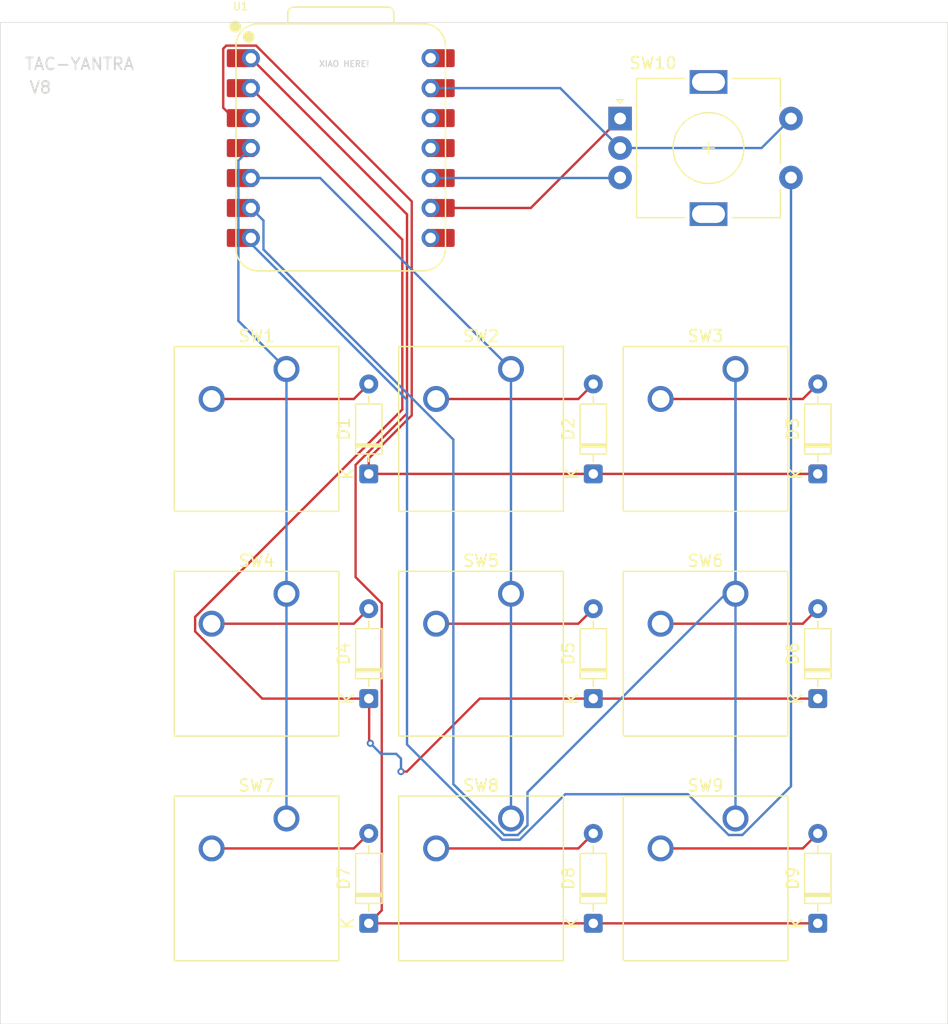
<source format=kicad_pcb>
(kicad_pcb (version 20241229) (generator "pcbnew") (generator_version "9.0")
  (layers (0 "F.Cu" signal) (2 "B.Cu" signal) (13 "F.Paste" user) (15 "B.Paste" user) (5 "F.SilkS" user "F.Silkscreen") (7 "B.SilkS" user "B.Silkscreen") (1 "F.Mask" user) (3 "B.Mask" user) (25 "Edge.Cuts" user))
  (net 0 "")
  (net 1 "Net-(D1-A)")
  (net 2 "Row 0")
  (net 3 "Net-(D2-A)")
  (net 4 "Net-(D3-A)")
  (net 5 "Row 1")
  (net 6 "Net-(D4-A)")
  (net 7 "Net-(D5-A)")
  (net 8 "Net-(D6-A)")
  (net 9 "Row 2")
  (net 10 "Net-(D7-A)")
  (net 11 "Net-(D8-A)")
  (net 12 "Net-(D9-A)")
  (net 13 "Col 0 ")
  (net 14 "Col 1")
  (net 15 "Col 2")
  (net 16 "GND")
  (net 17 "Net-(U1-GPIO2{slash}SCK)")
  (net 18 "Net-(U1-GPIO0{slash}TX)")
  (net 19 "Net-(U1-GPIO4{slash}MISO)")
  (net 23 "+5V")
  (footprint "Diode_THT:D_DO-35_SOD27_P7.62mm_Horizontal" (layer "F.Cu") (at 130.96875 91.91625 90)
    (property "Reference" "D4" (at 3.81 -2.12 90) (layer "F.SilkS"))
    (property "Value" "1N4148")
    (fp_line (start 2.53 -1.12) (end 2.53 1.12) (stroke (width 0.12)) (layer "F.SilkS"))
    (fp_line (start 2.41 -1.12) (end 2.41 1.12) (stroke (width 0.12)) (layer "F.SilkS"))
    (fp_line (start 2.29 -1.12) (end 2.29 1.12) (stroke (width 0.12)) (layer "F.SilkS"))
    (fp_line (start 6.58 0) (end 5.93 0) (stroke (width 0.12)) (layer "F.SilkS"))
    (fp_line (start 1.04 0) (end 1.69 0) (stroke (width 0.12)) (layer "F.SilkS"))
    (fp_rect (start 1.69 -1.12) (end 5.93 1.12) (stroke (width 0.12)) (fill no) (layer "F.SilkS"))
    (fp_text user "K" (at 0 -1.8 90) (layer "F.SilkS"))
    (pad "1" thru_hole roundrect (at 0 0 90) (size 1.6 1.6) (drill 0.8) (layers "*.Cu" "*.Mask") (roundrect_rratio 0.15625) (net 5 "Row 1"))
    (pad "2" thru_hole circle (at 7.62 0 90) (size 1.6 1.6) (drill 0.8) (layers "*.Cu" "*.Mask") (net 6 "Net-(D4-A)"))
  )
  (footprint "Button_Switch_Keyboard:SW_Cherry_MX_1.00u_PCB" (layer "F.Cu") (at 162.08375 102.07625)
    (property "Reference" "SW9" (at -2.54 -2.794 0) (layer "F.SilkS"))
    (property "Value" "SW_Push")
    (fp_line (start -9.525 -1.905) (end 4.445 -1.905) (stroke (width 0.12)) (layer "F.SilkS"))
    (fp_line (start -9.525 12.065) (end -9.525 -1.905) (stroke (width 0.12)) (layer "F.SilkS"))
    (fp_line (start 4.445 -1.905) (end 4.445 12.065) (stroke (width 0.12)) (layer "F.SilkS"))
    (fp_line (start 4.445 12.065) (end -9.525 12.065) (stroke (width 0.12)) (layer "F.SilkS"))
    (pad "" np_thru_hole circle (at -7.62 5.08) (size 1.7 1.7) (drill 1.7) (layers "*.Cu" "*.Mask"))
    (pad "" np_thru_hole circle (at -2.54 5.08) (size 4 4) (drill 4) (layers "*.Cu" "*.Mask"))
    (pad "" np_thru_hole circle (at 2.54 5.08) (size 1.7 1.7) (drill 1.7) (layers "*.Cu" "*.Mask"))
    (pad "1" thru_hole circle (at 0 0) (size 2.2 2.2) (drill 1.5) (layers "*.Cu" "*.Mask") (net 15 "Col 2"))
    (pad "2" thru_hole circle (at -6.35 2.54) (size 2.2 2.2) (drill 1.5) (layers "*.Cu" "*.Mask") (net 12 "Net-(D9-A)"))
  )
  (footprint "Diode_THT:D_DO-35_SOD27_P7.62mm_Horizontal" (layer "F.Cu") (at 169.06875 72.86625 90)
    (property "Reference" "D3" (at 3.81 -2.12 90) (layer "F.SilkS"))
    (property "Value" "1N4148")
    (fp_line (start 2.53 -1.12) (end 2.53 1.12) (stroke (width 0.12)) (layer "F.SilkS"))
    (fp_line (start 2.41 -1.12) (end 2.41 1.12) (stroke (width 0.12)) (layer "F.SilkS"))
    (fp_line (start 2.29 -1.12) (end 2.29 1.12) (stroke (width 0.12)) (layer "F.SilkS"))
    (fp_line (start 6.58 0) (end 5.93 0) (stroke (width 0.12)) (layer "F.SilkS"))
    (fp_line (start 1.04 0) (end 1.69 0) (stroke (width 0.12)) (layer "F.SilkS"))
    (fp_rect (start 1.69 -1.12) (end 5.93 1.12) (stroke (width 0.12)) (fill no) (layer "F.SilkS"))
    (fp_text user "K" (at 0 -1.8 90) (layer "F.SilkS"))
    (pad "1" thru_hole roundrect (at 0 0 90) (size 1.6 1.6) (drill 0.8) (layers "*.Cu" "*.Mask") (roundrect_rratio 0.15625) (net 2 "Row 0"))
    (pad "2" thru_hole circle (at 7.62 0 90) (size 1.6 1.6) (drill 0.8) (layers "*.Cu" "*.Mask") (net 4 "Net-(D3-A)"))
  )
  (footprint "Button_Switch_Keyboard:SW_Cherry_MX_1.00u_PCB" (layer "F.Cu") (at 162.08375 83.02625)
    (property "Reference" "SW6" (at -2.54 -2.794 0) (layer "F.SilkS"))
    (property "Value" "SW_Push")
    (fp_line (start -9.525 -1.905) (end 4.445 -1.905) (stroke (width 0.12)) (layer "F.SilkS"))
    (fp_line (start -9.525 12.065) (end -9.525 -1.905) (stroke (width 0.12)) (layer "F.SilkS"))
    (fp_line (start 4.445 -1.905) (end 4.445 12.065) (stroke (width 0.12)) (layer "F.SilkS"))
    (fp_line (start 4.445 12.065) (end -9.525 12.065) (stroke (width 0.12)) (layer "F.SilkS"))
    (pad "" np_thru_hole circle (at -7.62 5.08) (size 1.7 1.7) (drill 1.7) (layers "*.Cu" "*.Mask"))
    (pad "" np_thru_hole circle (at -2.54 5.08) (size 4 4) (drill 4) (layers "*.Cu" "*.Mask"))
    (pad "" np_thru_hole circle (at 2.54 5.08) (size 1.7 1.7) (drill 1.7) (layers "*.Cu" "*.Mask"))
    (pad "1" thru_hole circle (at 0 0) (size 2.2 2.2) (drill 1.5) (layers "*.Cu" "*.Mask") (net 15 "Col 2"))
    (pad "2" thru_hole circle (at -6.35 2.54) (size 2.2 2.2) (drill 1.5) (layers "*.Cu" "*.Mask") (net 8 "Net-(D6-A)"))
  )
  (footprint "Button_Switch_Keyboard:SW_Cherry_MX_1.00u_PCB" (layer "F.Cu") (at 123.98375 83.02625)
    (property "Reference" "SW4" (at -2.54 -2.794 0) (layer "F.SilkS"))
    (property "Value" "SW_Push")
    (fp_line (start -9.525 -1.905) (end 4.445 -1.905) (stroke (width 0.12)) (layer "F.SilkS"))
    (fp_line (start -9.525 12.065) (end -9.525 -1.905) (stroke (width 0.12)) (layer "F.SilkS"))
    (fp_line (start 4.445 -1.905) (end 4.445 12.065) (stroke (width 0.12)) (layer "F.SilkS"))
    (fp_line (start 4.445 12.065) (end -9.525 12.065) (stroke (width 0.12)) (layer "F.SilkS"))
    (pad "" np_thru_hole circle (at -7.62 5.08) (size 1.7 1.7) (drill 1.7) (layers "*.Cu" "*.Mask"))
    (pad "" np_thru_hole circle (at -2.54 5.08) (size 4 4) (drill 4) (layers "*.Cu" "*.Mask"))
    (pad "" np_thru_hole circle (at 2.54 5.08) (size 1.7 1.7) (drill 1.7) (layers "*.Cu" "*.Mask"))
    (pad "1" thru_hole circle (at 0 0) (size 2.2 2.2) (drill 1.5) (layers "*.Cu" "*.Mask") (net 13 "Col 0 "))
    (pad "2" thru_hole circle (at -6.35 2.54) (size 2.2 2.2) (drill 1.5) (layers "*.Cu" "*.Mask") (net 6 "Net-(D4-A)"))
  )
  (footprint "Button_Switch_Keyboard:SW_Cherry_MX_1.00u_PCB" (layer "F.Cu") (at 143.03375 102.07625)
    (property "Reference" "SW8" (at -2.54 -2.794 0) (layer "F.SilkS"))
    (property "Value" "SW_Push")
    (fp_line (start -9.525 -1.905) (end 4.445 -1.905) (stroke (width 0.12)) (layer "F.SilkS"))
    (fp_line (start -9.525 12.065) (end -9.525 -1.905) (stroke (width 0.12)) (layer "F.SilkS"))
    (fp_line (start 4.445 -1.905) (end 4.445 12.065) (stroke (width 0.12)) (layer "F.SilkS"))
    (fp_line (start 4.445 12.065) (end -9.525 12.065) (stroke (width 0.12)) (layer "F.SilkS"))
    (pad "" np_thru_hole circle (at -7.62 5.08) (size 1.7 1.7) (drill 1.7) (layers "*.Cu" "*.Mask"))
    (pad "" np_thru_hole circle (at -2.54 5.08) (size 4 4) (drill 4) (layers "*.Cu" "*.Mask"))
    (pad "" np_thru_hole circle (at 2.54 5.08) (size 1.7 1.7) (drill 1.7) (layers "*.Cu" "*.Mask"))
    (pad "1" thru_hole circle (at 0 0) (size 2.2 2.2) (drill 1.5) (layers "*.Cu" "*.Mask") (net 14 "Col 1"))
    (pad "2" thru_hole circle (at -6.35 2.54) (size 2.2 2.2) (drill 1.5) (layers "*.Cu" "*.Mask") (net 11 "Net-(D8-A)"))
  )
  (footprint "Diode_THT:D_DO-35_SOD27_P7.62mm_Horizontal" (layer "F.Cu") (at 169.06875 110.96625 90)
    (property "Reference" "D9" (at 3.81 -2.12 90) (layer "F.SilkS"))
    (property "Value" "1N4148")
    (fp_line (start 2.53 -1.12) (end 2.53 1.12) (stroke (width 0.12)) (layer "F.SilkS"))
    (fp_line (start 2.41 -1.12) (end 2.41 1.12) (stroke (width 0.12)) (layer "F.SilkS"))
    (fp_line (start 2.29 -1.12) (end 2.29 1.12) (stroke (width 0.12)) (layer "F.SilkS"))
    (fp_line (start 6.58 0) (end 5.93 0) (stroke (width 0.12)) (layer "F.SilkS"))
    (fp_line (start 1.04 0) (end 1.69 0) (stroke (width 0.12)) (layer "F.SilkS"))
    (fp_rect (start 1.69 -1.12) (end 5.93 1.12) (stroke (width 0.12)) (fill no) (layer "F.SilkS"))
    (fp_text user "K" (at 0 -1.8 90) (layer "F.SilkS"))
    (pad "1" thru_hole roundrect (at 0 0 90) (size 1.6 1.6) (drill 0.8) (layers "*.Cu" "*.Mask") (roundrect_rratio 0.15625) (net 9 "Row 2"))
    (pad "2" thru_hole circle (at 7.62 0 90) (size 1.6 1.6) (drill 0.8) (layers "*.Cu" "*.Mask") (net 12 "Net-(D9-A)"))
  )
  (footprint "Diode_THT:D_DO-35_SOD27_P7.62mm_Horizontal" (layer "F.Cu") (at 150.01875 91.91625 90)
    (property "Reference" "D5" (at 3.81 -2.12 90) (layer "F.SilkS"))
    (property "Value" "1N4148")
    (fp_line (start 2.53 -1.12) (end 2.53 1.12) (stroke (width 0.12)) (layer "F.SilkS"))
    (fp_line (start 2.41 -1.12) (end 2.41 1.12) (stroke (width 0.12)) (layer "F.SilkS"))
    (fp_line (start 2.29 -1.12) (end 2.29 1.12) (stroke (width 0.12)) (layer "F.SilkS"))
    (fp_line (start 6.58 0) (end 5.93 0) (stroke (width 0.12)) (layer "F.SilkS"))
    (fp_line (start 1.04 0) (end 1.69 0) (stroke (width 0.12)) (layer "F.SilkS"))
    (fp_rect (start 1.69 -1.12) (end 5.93 1.12) (stroke (width 0.12)) (fill no) (layer "F.SilkS"))
    (fp_text user "K" (at 0 -1.8 90) (layer "F.SilkS"))
    (pad "1" thru_hole roundrect (at 0 0 90) (size 1.6 1.6) (drill 0.8) (layers "*.Cu" "*.Mask") (roundrect_rratio 0.15625) (net 5 "Row 1"))
    (pad "2" thru_hole circle (at 7.62 0 90) (size 1.6 1.6) (drill 0.8) (layers "*.Cu" "*.Mask") (net 7 "Net-(D5-A)"))
  )
  (footprint "Diode_THT:D_DO-35_SOD27_P7.62mm_Horizontal" (layer "F.Cu") (at 150.01875 72.86625 90)
    (property "Reference" "D2" (at 3.81 -2.12 90) (layer "F.SilkS"))
    (property "Value" "1N4148")
    (fp_line (start 2.53 -1.12) (end 2.53 1.12) (stroke (width 0.12)) (layer "F.SilkS"))
    (fp_line (start 2.41 -1.12) (end 2.41 1.12) (stroke (width 0.12)) (layer "F.SilkS"))
    (fp_line (start 2.29 -1.12) (end 2.29 1.12) (stroke (width 0.12)) (layer "F.SilkS"))
    (fp_line (start 6.58 0) (end 5.93 0) (stroke (width 0.12)) (layer "F.SilkS"))
    (fp_line (start 1.04 0) (end 1.69 0) (stroke (width 0.12)) (layer "F.SilkS"))
    (fp_rect (start 1.69 -1.12) (end 5.93 1.12) (stroke (width 0.12)) (fill no) (layer "F.SilkS"))
    (fp_text user "K" (at 0 -1.8 90) (layer "F.SilkS"))
    (pad "1" thru_hole roundrect (at 0 0 90) (size 1.6 1.6) (drill 0.8) (layers "*.Cu" "*.Mask") (roundrect_rratio 0.15625) (net 2 "Row 0"))
    (pad "2" thru_hole circle (at 7.62 0 90) (size 1.6 1.6) (drill 0.8) (layers "*.Cu" "*.Mask") (net 3 "Net-(D2-A)"))
  )
  (footprint "Diode_THT:D_DO-35_SOD27_P7.62mm_Horizontal" (layer "F.Cu") (at 150.01875 110.96625 90)
    (property "Reference" "D8" (at 3.81 -2.12 90) (layer "F.SilkS"))
    (property "Value" "1N4148")
    (fp_line (start 2.53 -1.12) (end 2.53 1.12) (stroke (width 0.12)) (layer "F.SilkS"))
    (fp_line (start 2.41 -1.12) (end 2.41 1.12) (stroke (width 0.12)) (layer "F.SilkS"))
    (fp_line (start 2.29 -1.12) (end 2.29 1.12) (stroke (width 0.12)) (layer "F.SilkS"))
    (fp_line (start 6.58 0) (end 5.93 0) (stroke (width 0.12)) (layer "F.SilkS"))
    (fp_line (start 1.04 0) (end 1.69 0) (stroke (width 0.12)) (layer "F.SilkS"))
    (fp_rect (start 1.69 -1.12) (end 5.93 1.12) (stroke (width 0.12)) (fill no) (layer "F.SilkS"))
    (fp_text user "K" (at 0 -1.8 90) (layer "F.SilkS"))
    (pad "1" thru_hole roundrect (at 0 0 90) (size 1.6 1.6) (drill 0.8) (layers "*.Cu" "*.Mask") (roundrect_rratio 0.15625) (net 9 "Row 2"))
    (pad "2" thru_hole circle (at 7.62 0 90) (size 1.6 1.6) (drill 0.8) (layers "*.Cu" "*.Mask") (net 11 "Net-(D8-A)"))
  )
  (footprint "Button_Switch_Keyboard:SW_Cherry_MX_1.00u_PCB" (layer "F.Cu") (at 143.03375 83.02625)
    (property "Reference" "SW5" (at -2.54 -2.794 0) (layer "F.SilkS"))
    (property "Value" "SW_Push")
    (fp_line (start -9.525 -1.905) (end 4.445 -1.905) (stroke (width 0.12)) (layer "F.SilkS"))
    (fp_line (start -9.525 12.065) (end -9.525 -1.905) (stroke (width 0.12)) (layer "F.SilkS"))
    (fp_line (start 4.445 -1.905) (end 4.445 12.065) (stroke (width 0.12)) (layer "F.SilkS"))
    (fp_line (start 4.445 12.065) (end -9.525 12.065) (stroke (width 0.12)) (layer "F.SilkS"))
    (pad "" np_thru_hole circle (at -7.62 5.08) (size 1.7 1.7) (drill 1.7) (layers "*.Cu" "*.Mask"))
    (pad "" np_thru_hole circle (at -2.54 5.08) (size 4 4) (drill 4) (layers "*.Cu" "*.Mask"))
    (pad "" np_thru_hole circle (at 2.54 5.08) (size 1.7 1.7) (drill 1.7) (layers "*.Cu" "*.Mask"))
    (pad "1" thru_hole circle (at 0 0) (size 2.2 2.2) (drill 1.5) (layers "*.Cu" "*.Mask") (net 14 "Col 1"))
    (pad "2" thru_hole circle (at -6.35 2.54) (size 2.2 2.2) (drill 1.5) (layers "*.Cu" "*.Mask") (net 7 "Net-(D5-A)"))
  )
  (footprint "Button_Switch_Keyboard:SW_Cherry_MX_1.00u_PCB" (layer "F.Cu") (at 123.98375 63.97625)
    (property "Reference" "SW1" (at -2.54 -2.794 0) (layer "F.SilkS"))
    (property "Value" "SW_Push")
    (fp_line (start -9.525 -1.905) (end 4.445 -1.905) (stroke (width 0.12)) (layer "F.SilkS"))
    (fp_line (start -9.525 12.065) (end -9.525 -1.905) (stroke (width 0.12)) (layer "F.SilkS"))
    (fp_line (start 4.445 -1.905) (end 4.445 12.065) (stroke (width 0.12)) (layer "F.SilkS"))
    (fp_line (start 4.445 12.065) (end -9.525 12.065) (stroke (width 0.12)) (layer "F.SilkS"))
    (pad "" np_thru_hole circle (at -7.62 5.08) (size 1.7 1.7) (drill 1.7) (layers "*.Cu" "*.Mask"))
    (pad "" np_thru_hole circle (at -2.54 5.08) (size 4 4) (drill 4) (layers "*.Cu" "*.Mask"))
    (pad "" np_thru_hole circle (at 2.54 5.08) (size 1.7 1.7) (drill 1.7) (layers "*.Cu" "*.Mask"))
    (pad "1" thru_hole circle (at 0 0) (size 2.2 2.2) (drill 1.5) (layers "*.Cu" "*.Mask") (net 13 "Col 0 "))
    (pad "2" thru_hole circle (at -6.35 2.54) (size 2.2 2.2) (drill 1.5) (layers "*.Cu" "*.Mask") (net 1 "Net-(D1-A)"))
  )
  (footprint "Button_Switch_Keyboard:SW_Cherry_MX_1.00u_PCB" (layer "F.Cu") (at 162.08375 63.97625)
    (property "Reference" "SW3" (at -2.54 -2.794 0) (layer "F.SilkS"))
    (property "Value" "SW_Push")
    (fp_line (start -9.525 -1.905) (end 4.445 -1.905) (stroke (width 0.12)) (layer "F.SilkS"))
    (fp_line (start -9.525 12.065) (end -9.525 -1.905) (stroke (width 0.12)) (layer "F.SilkS"))
    (fp_line (start 4.445 -1.905) (end 4.445 12.065) (stroke (width 0.12)) (layer "F.SilkS"))
    (fp_line (start 4.445 12.065) (end -9.525 12.065) (stroke (width 0.12)) (layer "F.SilkS"))
    (pad "" np_thru_hole circle (at -7.62 5.08) (size 1.7 1.7) (drill 1.7) (layers "*.Cu" "*.Mask"))
    (pad "" np_thru_hole circle (at -2.54 5.08) (size 4 4) (drill 4) (layers "*.Cu" "*.Mask"))
    (pad "" np_thru_hole circle (at 2.54 5.08) (size 1.7 1.7) (drill 1.7) (layers "*.Cu" "*.Mask"))
    (pad "1" thru_hole circle (at 0 0) (size 2.2 2.2) (drill 1.5) (layers "*.Cu" "*.Mask") (net 15 "Col 2"))
    (pad "2" thru_hole circle (at -6.35 2.54) (size 2.2 2.2) (drill 1.5) (layers "*.Cu" "*.Mask") (net 4 "Net-(D3-A)"))
  )
  (footprint "Rotary_Encoder:RotaryEncoder_Alps_EC11E-Switch_Vertical_H20mm" (layer "F.Cu") (at 152.29375 42.74375)
    (property "Reference" "SW10" (at 2.8 -4.7 0) (layer "F.SilkS"))
    (property "Value" "RotaryEncoder_Switch")
    (fp_line (start -0.3 -1.6) (end 0.3 -1.6) (stroke (width 0.12)) (layer "F.SilkS"))
    (fp_line (start 0 -1.3) (end -0.3 -1.6) (stroke (width 0.12)) (layer "F.SilkS"))
    (fp_line (start 0.3 -1.6) (end 0 -1.3) (stroke (width 0.12)) (layer "F.SilkS"))
    (fp_line (start 1.4 -3.4) (end 1.4 8.4) (stroke (width 0.12)) (layer "F.SilkS"))
    (fp_line (start 5.5 -3.4) (end 1.4 -3.4) (stroke (width 0.12)) (layer "F.SilkS"))
    (fp_line (start 5.5 8.4) (end 1.4 8.4) (stroke (width 0.12)) (layer "F.SilkS"))
    (fp_line (start 7 2.5) (end 8 2.5) (stroke (width 0.12)) (layer "F.SilkS"))
    (fp_line (start 7.5 2) (end 7.5 3) (stroke (width 0.12)) (layer "F.SilkS"))
    (fp_line (start 9.5 -3.4) (end 13.6 -3.4) (stroke (width 0.12)) (layer "F.SilkS"))
    (fp_line (start 13.6 -3.4) (end 13.6 -1) (stroke (width 0.12)) (layer "F.SilkS"))
    (fp_line (start 13.6 1.2) (end 13.6 3.8) (stroke (width 0.12)) (layer "F.SilkS"))
    (fp_line (start 13.6 6) (end 13.6 8.4) (stroke (width 0.12)) (layer "F.SilkS"))
    (fp_line (start 13.6 8.4) (end 9.5 8.4) (stroke (width 0.12)) (layer "F.SilkS"))
    (fp_circle (center 7.5 2.5) (end 10.5 2.5) (stroke (width 0.12)) (fill no) (layer "F.SilkS"))
    (pad "A" thru_hole rect (at 0 0) (size 2 2) (drill 1) (layers "*.Cu" "*.Mask") (net 17 "Net-(U1-GPIO2{slash}SCK)"))
    (pad "B" thru_hole circle (at 0 5) (size 2 2) (drill 1) (layers "*.Cu" "*.Mask") (net 19 "Net-(U1-GPIO4{slash}MISO)"))
    (pad "C" thru_hole circle (at 0 2.5) (size 2 2) (drill 1) (layers "*.Cu" "*.Mask") (net 16 "GND"))
    (pad "MP" thru_hole rect (at 7.5 -3.1) (size 3.2 2) (drill oval 2.8 1.5) (layers "*.Cu" "*.Mask"))
    (pad "MP" thru_hole rect (at 7.5 8.1) (size 3.2 2) (drill oval 2.8 1.5) (layers "*.Cu" "*.Mask"))
    (pad "S1" thru_hole circle (at 14.5 5) (size 2 2) (drill 1) (layers "*.Cu" "*.Mask") (net 18 "Net-(U1-GPIO0{slash}TX)"))
    (pad "S2" thru_hole circle (at 14.5 0) (size 2 2) (drill 1) (layers "*.Cu" "*.Mask") (net 16 "GND"))
  )
  (footprint "HACK:XIAO-RP2040-DIP" (layer "F.Cu") (at 128.5875 45.24375)
    (property "Reference" "U1" (at -8.5 -12 0) (layer "F.SilkS") (effects (font (size 0.635 0.635) (thickness 0.1016))))
    (property "Value" "XIAO-RP2040-DIP")
    (fp_line (start -8.89 8.509) (end -8.89 -8.636) (stroke (width 0.127)) (layer "F.SilkS"))
    (fp_line (start -6.985 10.414) (end 6.985 10.414) (stroke (width 0.127)) (layer "F.SilkS"))
    (fp_line (start -4.495 -10.541) (end -4.491272 -11.451272) (stroke (width 0.127)) (layer "F.SilkS"))
    (fp_line (start -3.991272 -11.951) (end 4.004 -11.951) (stroke (width 0.127)) (layer "F.SilkS"))
    (fp_line (start 4.504 -11.451) (end 4.504 -10.541) (stroke (width 0.127)) (layer "F.SilkS"))
    (fp_line (start 6.985 -10.541) (end -6.985 -10.541) (stroke (width 0.1)) (layer "F.SilkS"))
    (fp_line (start 6.985 -10.541) (end -6.985 -10.541) (stroke (width 0.127)) (layer "F.SilkS"))
    (fp_line (start 8.89 8.509) (end 8.89 -8.636) (stroke (width 0.127)) (layer "F.SilkS"))
    (fp_arc (start -8.89 -8.636) (mid -8.332038 -9.983038) (end -6.985 -10.541) (stroke (width 0.127)) (layer "F.SilkS"))
    (fp_arc (start -6.985 10.414) (mid -8.332038 9.856038) (end -8.89 8.509) (stroke (width 0.127)) (layer "F.SilkS"))
    (fp_arc (start -4.491272 -11.451272) (mid -4.344728 -11.80464) (end -3.991272 -11.951) (stroke (width 0.127)) (layer "F.SilkS"))
    (fp_arc (start 4.004 -11.951) (mid 4.357553 -11.804553) (end 4.504 -11.451) (stroke (width 0.127)) (layer "F.SilkS"))
    (fp_arc (start 6.985 -10.541) (mid 8.332038 -9.983038) (end 8.89 -8.636) (stroke (width 0.127)) (layer "F.SilkS"))
    (fp_arc (start 8.89 8.509) (mid 8.332038 9.856038) (end 6.985 10.414) (stroke (width 0.127)) (layer "F.SilkS"))
    (fp_circle (center -8.95 -10.3) (end -8.95 -10.554) (stroke (width 0.5)) (fill yes) (layer "F.SilkS"))
    (fp_circle (center -7.807 -9.42) (end -7.807 -9.674) (stroke (width 0.5)) (fill yes) (layer "F.SilkS"))
    (pad "1" smd roundrect (at -8.455 -7.62 180) (size 2.432 1.524) (layers "F.Cu" "F.Mask") (roundrect_rratio 0.1) (net 9 "Row 2"))
    (pad "1" thru_hole circle (at -7.62 -7.62 180) (size 1.524 1.524) (drill 0.889) (layers "*.Cu" "*.Mask") (net 9 "Row 2"))
    (pad "2" smd roundrect (at -8.455 -5.08 180) (size 2.432 1.524) (layers "F.Cu" "F.Mask") (roundrect_rratio 0.1) (net 5 "Row 1"))
    (pad "2" thru_hole circle (at -7.62 -5.08 180) (size 1.524 1.524) (drill 0.889) (layers "*.Cu" "*.Mask") (net 5 "Row 1"))
    (pad "3" smd roundrect (at -8.455 -2.54 180) (size 2.432 1.524) (layers "F.Cu" "F.Mask") (roundrect_rratio 0.1) (net 2 "Row 0"))
    (pad "3" thru_hole circle (at -7.62 -2.54 180) (size 1.524 1.524) (drill 0.889) (layers "*.Cu" "*.Mask") (net 2 "Row 0"))
    (pad "4" smd roundrect (at -8.455 0 180) (size 2.432 1.524) (layers "F.Cu" "F.Mask") (roundrect_rratio 0.1) (net 13 "Col 0 "))
    (pad "4" thru_hole circle (at -7.62 0 180) (size 1.524 1.524) (drill 0.889) (layers "*.Cu" "*.Mask") (net 13 "Col 0 "))
    (pad "5" smd roundrect (at -8.455 2.54 180) (size 2.432 1.524) (layers "F.Cu" "F.Mask") (roundrect_rratio 0.1) (net 14 "Col 1"))
    (pad "5" thru_hole circle (at -7.62 2.54 180) (size 1.524 1.524) (drill 0.889) (layers "*.Cu" "*.Mask") (net 14 "Col 1"))
    (pad "6" smd roundrect (at -8.455 5.08 180) (size 2.432 1.524) (layers "F.Cu" "F.Mask") (roundrect_rratio 0.1) (net 15 "Col 2"))
    (pad "6" thru_hole circle (at -7.62 5.08 180) (size 1.524 1.524) (drill 0.889) (layers "*.Cu" "*.Mask") (net 15 "Col 2"))
    (pad "7" smd roundrect (at -8.455 7.62 180) (size 2.432 1.524) (layers "F.Cu" "F.Mask") (roundrect_rratio 0.1) (net 18 "Net-(U1-GPIO0{slash}TX)"))
    (pad "7" thru_hole circle (at -7.62 7.62 180) (size 1.524 1.524) (drill 0.889) (layers "*.Cu" "*.Mask") (net 18 "Net-(U1-GPIO0{slash}TX)"))
    (pad "8" thru_hole circle (at 7.62 7.62) (size 1.524 1.524) (drill 0.889) (layers "*.Cu" "*.Mask"))
    (pad "8" smd roundrect (at 8.455 7.62) (size 2.432 1.524) (layers "F.Cu" "F.Mask") (roundrect_rratio 0.1))
    (pad "9" thru_hole circle (at 7.62 5.08) (size 1.524 1.524) (drill 0.889) (layers "*.Cu" "*.Mask") (net 17 "Net-(U1-GPIO2{slash}SCK)"))
    (pad "9" smd roundrect (at 8.455 5.08) (size 2.432 1.524) (layers "F.Cu" "F.Mask") (roundrect_rratio 0.1) (net 17 "Net-(U1-GPIO2{slash}SCK)"))
    (pad "10" thru_hole circle (at 7.62 2.54) (size 1.524 1.524) (drill 0.889) (layers "*.Cu" "*.Mask") (net 19 "Net-(U1-GPIO4{slash}MISO)"))
    (pad "10" smd roundrect (at 8.455 2.54) (size 2.432 1.524) (layers "F.Cu" "F.Mask") (roundrect_rratio 0.1) (net 19 "Net-(U1-GPIO4{slash}MISO)"))
    (pad "11" thru_hole circle (at 7.62 0) (size 1.524 1.524) (drill 0.889) (layers "*.Cu" "*.Mask"))
    (pad "11" smd roundrect (at 8.455 0) (size 2.432 1.524) (layers "F.Cu" "F.Mask") (roundrect_rratio 0.1))
    (pad "12" thru_hole circle (at 7.62 -2.54) (size 1.524 1.524) (drill 0.889) (layers "*.Cu" "*.Mask"))
    (pad "12" smd roundrect (at 8.455 -2.54) (size 2.432 1.524) (layers "F.Cu" "F.Mask") (roundrect_rratio 0.1))
    (pad "13" thru_hole circle (at 7.62 -5.08) (size 1.524 1.524) (drill 0.889) (layers "*.Cu" "*.Mask") (net 16 "GND"))
    (pad "13" smd roundrect (at 8.455 -5.08) (size 2.432 1.524) (layers "F.Cu" "F.Mask") (roundrect_rratio 0.1) (net 16 "GND"))
    (pad "14" thru_hole circle (at 7.62 -7.62) (size 1.524 1.524) (drill 0.889) (layers "*.Cu" "*.Mask") (net 23 "+5V"))
    (pad "14" smd roundrect (at 8.455 -7.62) (size 2.432 1.524) (layers "F.Cu" "F.Mask") (roundrect_rratio 0.1) (net 23 "+5V"))
  )
  (footprint "Diode_THT:D_DO-35_SOD27_P7.62mm_Horizontal" (layer "F.Cu") (at 130.96875 110.96625 90)
    (property "Reference" "D7" (at 3.81 -2.12 90) (layer "F.SilkS"))
    (property "Value" "1N4148")
    (fp_line (start 2.53 -1.12) (end 2.53 1.12) (stroke (width 0.12)) (layer "F.SilkS"))
    (fp_line (start 2.41 -1.12) (end 2.41 1.12) (stroke (width 0.12)) (layer "F.SilkS"))
    (fp_line (start 2.29 -1.12) (end 2.29 1.12) (stroke (width 0.12)) (layer "F.SilkS"))
    (fp_line (start 6.58 0) (end 5.93 0) (stroke (width 0.12)) (layer "F.SilkS"))
    (fp_line (start 1.04 0) (end 1.69 0) (stroke (width 0.12)) (layer "F.SilkS"))
    (fp_rect (start 1.69 -1.12) (end 5.93 1.12) (stroke (width 0.12)) (fill no) (layer "F.SilkS"))
    (fp_text user "K" (at 0 -1.8 90) (layer "F.SilkS"))
    (pad "1" thru_hole roundrect (at 0 0 90) (size 1.6 1.6) (drill 0.8) (layers "*.Cu" "*.Mask") (roundrect_rratio 0.15625) (net 9 "Row 2"))
    (pad "2" thru_hole circle (at 7.62 0 90) (size 1.6 1.6) (drill 0.8) (layers "*.Cu" "*.Mask") (net 10 "Net-(D7-A)"))
  )
  (footprint "Button_Switch_Keyboard:SW_Cherry_MX_1.00u_PCB" (layer "F.Cu") (at 143.03375 63.97625)
    (property "Reference" "SW2" (at -2.54 -2.794 0) (layer "F.SilkS"))
    (property "Value" "SW_Push")
    (fp_line (start -9.525 -1.905) (end 4.445 -1.905) (stroke (width 0.12)) (layer "F.SilkS"))
    (fp_line (start -9.525 12.065) (end -9.525 -1.905) (stroke (width 0.12)) (layer "F.SilkS"))
    (fp_line (start 4.445 -1.905) (end 4.445 12.065) (stroke (width 0.12)) (layer "F.SilkS"))
    (fp_line (start 4.445 12.065) (end -9.525 12.065) (stroke (width 0.12)) (layer "F.SilkS"))
    (pad "" np_thru_hole circle (at -7.62 5.08) (size 1.7 1.7) (drill 1.7) (layers "*.Cu" "*.Mask"))
    (pad "" np_thru_hole circle (at -2.54 5.08) (size 4 4) (drill 4) (layers "*.Cu" "*.Mask"))
    (pad "" np_thru_hole circle (at 2.54 5.08) (size 1.7 1.7) (drill 1.7) (layers "*.Cu" "*.Mask"))
    (pad "1" thru_hole circle (at 0 0) (size 2.2 2.2) (drill 1.5) (layers "*.Cu" "*.Mask") (net 14 "Col 1"))
    (pad "2" thru_hole circle (at -6.35 2.54) (size 2.2 2.2) (drill 1.5) (layers "*.Cu" "*.Mask") (net 3 "Net-(D2-A)"))
  )
  (footprint "Diode_THT:D_DO-35_SOD27_P7.62mm_Horizontal" (layer "F.Cu") (at 130.96875 72.86625 90)
    (property "Reference" "D1" (at 3.81 -2.12 90) (layer "F.SilkS"))
    (property "Value" "1N4148")
    (fp_line (start 2.53 -1.12) (end 2.53 1.12) (stroke (width 0.12)) (layer "F.SilkS"))
    (fp_line (start 2.41 -1.12) (end 2.41 1.12) (stroke (width 0.12)) (layer "F.SilkS"))
    (fp_line (start 2.29 -1.12) (end 2.29 1.12) (stroke (width 0.12)) (layer "F.SilkS"))
    (fp_line (start 6.58 0) (end 5.93 0) (stroke (width 0.12)) (layer "F.SilkS"))
    (fp_line (start 1.04 0) (end 1.69 0) (stroke (width 0.12)) (layer "F.SilkS"))
    (fp_rect (start 1.69 -1.12) (end 5.93 1.12) (stroke (width 0.12)) (fill no) (layer "F.SilkS"))
    (fp_text user "K" (at 0 -1.8 90) (layer "F.SilkS"))
    (pad "1" thru_hole roundrect (at 0 0 90) (size 1.6 1.6) (drill 0.8) (layers "*.Cu" "*.Mask") (roundrect_rratio 0.15625) (net 2 "Row 0"))
    (pad "2" thru_hole circle (at 7.62 0 90) (size 1.6 1.6) (drill 0.8) (layers "*.Cu" "*.Mask") (net 1 "Net-(D1-A)"))
  )
  (footprint "Diode_THT:D_DO-35_SOD27_P7.62mm_Horizontal" (layer "F.Cu") (at 169.06875 91.91625 90)
    (property "Reference" "D6" (at 3.81 -2.12 90) (layer "F.SilkS"))
    (property "Value" "1N4148")
    (fp_line (start 2.53 -1.12) (end 2.53 1.12) (stroke (width 0.12)) (layer "F.SilkS"))
    (fp_line (start 2.41 -1.12) (end 2.41 1.12) (stroke (width 0.12)) (layer "F.SilkS"))
    (fp_line (start 2.29 -1.12) (end 2.29 1.12) (stroke (width 0.12)) (layer "F.SilkS"))
    (fp_line (start 6.58 0) (end 5.93 0) (stroke (width 0.12)) (layer "F.SilkS"))
    (fp_line (start 1.04 0) (end 1.69 0) (stroke (width 0.12)) (layer "F.SilkS"))
    (fp_rect (start 1.69 -1.12) (end 5.93 1.12) (stroke (width 0.12)) (fill no) (layer "F.SilkS"))
    (fp_text user "K" (at 0 -1.8 90) (layer "F.SilkS"))
    (pad "1" thru_hole roundrect (at 0 0 90) (size 1.6 1.6) (drill 0.8) (layers "*.Cu" "*.Mask") (roundrect_rratio 0.15625) (net 5 "Row 1"))
    (pad "2" thru_hole circle (at 7.62 0 90) (size 1.6 1.6) (drill 0.8) (layers "*.Cu" "*.Mask") (net 8 "Net-(D6-A)"))
  )
  (footprint "Button_Switch_Keyboard:SW_Cherry_MX_1.00u_PCB" (layer "F.Cu") (at 123.98375 102.07625)
    (property "Reference" "SW7" (at -2.54 -2.794 0) (layer "F.SilkS"))
    (property "Value" "SW_Push")
    (fp_line (start -9.525 -1.905) (end 4.445 -1.905) (stroke (width 0.12)) (layer "F.SilkS"))
    (fp_line (start -9.525 12.065) (end -9.525 -1.905) (stroke (width 0.12)) (layer "F.SilkS"))
    (fp_line (start 4.445 -1.905) (end 4.445 12.065) (stroke (width 0.12)) (layer "F.SilkS"))
    (fp_line (start 4.445 12.065) (end -9.525 12.065) (stroke (width 0.12)) (layer "F.SilkS"))
    (pad "" np_thru_hole circle (at -7.62 5.08) (size 1.7 1.7) (drill 1.7) (layers "*.Cu" "*.Mask"))
    (pad "" np_thru_hole circle (at -2.54 5.08) (size 4 4) (drill 4) (layers "*.Cu" "*.Mask"))
    (pad "" np_thru_hole circle (at 2.54 5.08) (size 1.7 1.7) (drill 1.7) (layers "*.Cu" "*.Mask"))
    (pad "1" thru_hole circle (at 0 0) (size 2.2 2.2) (drill 1.5) (layers "*.Cu" "*.Mask") (net 13 "Col 0 "))
    (pad "2" thru_hole circle (at -6.35 2.54) (size 2.2 2.2) (drill 1.5) (layers "*.Cu" "*.Mask") (net 10 "Net-(D7-A)"))
  )
  (gr_rect (start 99.7 34.6) (end 180.1 119.5) (stroke (width 0.05)) (fill no) (layer "Edge.Cuts"))
  (gr_text "XIAO HERE!" (at 126.7 38.4 0) (layer "Edge.Cuts") (effects (font (size 0.5 0.5) (thickness 0.1) (bold yes)) (justify left bottom)))
  (gr_text "TAC-YANTRA " (at 101.7 38.7 0) (layer "Edge.Cuts") (effects (font (size 1 1)) (justify left bottom)))
  (gr_text "V8" (at 102.1 40.7 0) (layer "Edge.Cuts") (effects (font (size 1 1)) (justify left bottom)))
  (segment (start 129.69875 66.51625) (end 130.96875 65.24625) (width 0.2) (layer "F.Cu") (net 1))
  (segment (start 117.63375 66.51625) (end 129.69875 66.51625) (width 0.2) (layer "F.Cu") (net 1))
  (segment (start 119.4905 42.70375) (end 118.6155 41.82875) (width 0.2) (layer "F.Cu") (net 2))
  (segment (start 118.6155 41.82875) (end 118.6155 36.822124) (width 0.2) (layer "F.Cu") (net 2))
  (segment (start 120.9675 42.70375) (end 119.4905 42.70375) (width 0.2) (layer "F.Cu") (net 2))
  (segment (start 121.40781 36.56075) (end 134.61375 49.76669) (width 0.2) (layer "F.Cu") (net 2))
  (segment (start 134.61375 67.90219) (end 130.96875 71.54719) (width 0.2) (layer "F.Cu") (net 2))
  (segment (start 134.61375 49.76669) (end 134.61375 67.90219) (width 0.2) (layer "F.Cu") (net 2))
  (segment (start 150.01875 72.86625) (end 130.96875 72.86625) (width 0.2) (layer "F.Cu") (net 2))
  (segment (start 118.6155 36.822124) (end 118.876874 36.56075) (width 0.2) (layer "F.Cu") (net 2))
  (segment (start 169.06875 72.86625) (end 150.01875 72.86625) (width 0.2) (layer "F.Cu") (net 2))
  (segment (start 130.96875 71.54719) (end 130.96875 72.86625) (width 0.2) (layer "F.Cu") (net 2))
  (segment (start 118.876874 36.56075) (end 121.40781 36.56075) (width 0.2) (layer "F.Cu") (net 2))
  (segment (start 148.74875 66.51625) (end 150.01875 65.24625) (width 0.2) (layer "F.Cu") (net 3))
  (segment (start 136.68375 66.51625) (end 148.74875 66.51625) (width 0.2) (layer "F.Cu") (net 3))
  (segment (start 155.73375 66.51625) (end 167.79875 66.51625) (width 0.2) (layer "F.Cu") (net 4))
  (segment (start 167.79875 66.51625) (end 169.06875 65.24625) (width 0.2) (layer "F.Cu") (net 4))
  (segment (start 116.23275 84.985936) (end 116.23275 86.220066) (width 0.2) (layer "F.Cu") (net 5))
  (segment (start 133.81175 53.008) (end 133.81175 67.406936) (width 0.2) (layer "F.Cu") (net 5))
  (segment (start 134.2 98.1) (end 140.38375 91.91625) (width 0.2) (layer "F.Cu") (net 5))
  (segment (start 140.38375 91.91625) (end 150.01875 91.91625) (width 0.2) (layer "F.Cu") (net 5))
  (segment (start 130.96875 91.91625) (end 131 91.9475) (width 0.2) (layer "F.Cu") (net 5))
  (segment (start 133.7 98.1) (end 134.2 98.1) (width 0.2) (layer "F.Cu") (net 5))
  (segment (start 169.06875 91.91625) (end 150.01875 91.91625) (width 0.2) (layer "F.Cu") (net 5))
  (segment (start 133.81175 67.406936) (end 116.23275 84.985936) (width 0.2) (layer "F.Cu") (net 5))
  (segment (start 116.23275 86.220066) (end 121.928934 91.91625) (width 0.2) (layer "F.Cu") (net 5))
  (segment (start 121.928934 91.91625) (end 130.96875 91.91625) (width 0.2) (layer "F.Cu") (net 5))
  (segment (start 120.9675 40.16375) (end 133.81175 53.008) (width 0.2) (layer "F.Cu") (net 5))
  (segment (start 131 94.6) (end 131 95.6) (width 0.2) (layer "F.Cu") (net 5))
  (segment (start 131 95.6) (end 131.1 95.7) (width 0.2) (layer "F.Cu") (net 5))
  (segment (start 131 91.9475) (end 131 94.6) (width 0.2) (layer "F.Cu") (net 5))
  (via (at 131.1 95.7) (size 0.6) (drill 0.3) (layers "F.Cu" "B.Cu") (net 5))
  (via (at 133.7 98.1) (size 0.6) (drill 0.3) (layers "F.Cu" "B.Cu") (net 5))
  (segment (start 132 96.6) (end 133.3 96.6) (width 0.2) (layer "B.Cu") (net 5))
  (segment (start 133.3 96.6) (end 133.7 97) (width 0.2) (layer "B.Cu") (net 5))
  (segment (start 131.1 95.7) (end 132 96.6) (width 0.2) (layer "B.Cu") (net 5))
  (segment (start 133.7 97) (end 133.7 98.1) (width 0.2) (layer "B.Cu") (net 5))
  (segment (start 129.69875 85.56625) (end 130.96875 84.29625) (width 0.2) (layer "F.Cu") (net 6))
  (segment (start 117.63375 85.56625) (end 129.69875 85.56625) (width 0.2) (layer "F.Cu") (net 6))
  (segment (start 150.01875 84.29625) (end 148.74875 85.56625) (width 0.2) (layer "F.Cu") (net 7))
  (segment (start 148.74875 85.56625) (end 136.68375 85.56625) (width 0.2) (layer "F.Cu") (net 7))
  (segment (start 167.79875 85.56625) (end 169.06875 84.29625) (width 0.2) (layer "F.Cu") (net 8))
  (segment (start 155.73375 85.56625) (end 167.79875 85.56625) (width 0.2) (layer "F.Cu") (net 8))
  (segment (start 132.06975 109.86525) (end 130.96875 110.96625) (width 0.2) (layer "F.Cu") (net 9))
  (segment (start 130.96875 110.96625) (end 169.06875 110.96625) (width 0.2) (layer "F.Cu") (net 9))
  (segment (start 129.84895 72.09989) (end 129.84895 81.6194) (width 0.2) (layer "F.Cu") (net 9))
  (segment (start 120.9675 37.62375) (end 134.21275 50.869) (width 0.2) (layer "F.Cu") (net 9))
  (segment (start 132.06975 83.8402) (end 132.06975 109.86525) (width 0.2) (layer "F.Cu") (net 9))
  (segment (start 134.21275 67.73609) (end 129.84895 72.09989) (width 0.2) (layer "F.Cu") (net 9))
  (segment (start 129.84895 81.6194) (end 132.06975 83.8402) (width 0.2) (layer "F.Cu") (net 9))
  (segment (start 134.21275 50.869) (end 134.21275 67.73609) (width 0.2) (layer "F.Cu") (net 9))
  (segment (start 129.69875 104.61625) (end 130.96875 103.34625) (width 0.2) (layer "F.Cu") (net 10))
  (segment (start 117.63375 104.61625) (end 129.69875 104.61625) (width 0.2) (layer "F.Cu") (net 10))
  (segment (start 136.68375 104.61625) (end 148.74875 104.61625) (width 0.2) (layer "F.Cu") (net 11))
  (segment (start 148.74875 104.61625) (end 150.01875 103.34625) (width 0.2) (layer "F.Cu") (net 11))
  (segment (start 167.79875 104.61625) (end 169.06875 103.34625) (width 0.2) (layer "F.Cu") (net 12))
  (segment (start 155.73375 104.61625) (end 167.79875 104.61625) (width 0.2) (layer "F.Cu") (net 12))
  (segment (start 123.98375 63.97625) (end 119.9045 59.897) (width 0.2) (layer "B.Cu") (net 13))
  (segment (start 123.98375 102.07625) (end 123.98375 83.02625) (width 0.2) (layer "B.Cu") (net 13))
  (segment (start 119.9045 46.30675) (end 120.9675 45.24375) (width 0.2) (layer "B.Cu") (net 13))
  (segment (start 123.98375 83.02625) (end 123.98375 63.97625) (width 0.2) (layer "B.Cu") (net 13))
  (segment (start 119.9045 59.897) (end 119.9045 46.30675) (width 0.2) (layer "B.Cu") (net 13))
  (segment (start 143.03375 63.97625) (end 126.84125 47.78375) (width 0.2) (layer "B.Cu") (net 14))
  (segment (start 143.03375 83.02625) (end 143.03375 63.97625) (width 0.2) (layer "B.Cu") (net 14))
  (segment (start 126.84125 47.78375) (end 120.9675 47.78375) (width 0.2) (layer "B.Cu") (net 14))
  (segment (start 143.03375 102.07625) (end 143.03375 83.02625) (width 0.2) (layer "B.Cu") (net 14))
  (segment (start 122.0305 53.844314) (end 122.0305 51.38675) (width 0.2) (layer "B.Cu") (net 15))
  (segment (start 122.0305 51.38675) (end 120.9675 50.32375) (width 0.2) (layer "B.Cu") (net 15))
  (segment (start 162.08375 102.07625) (end 162.08375 83.02625) (width 0.2) (layer "B.Cu") (net 15))
  (segment (start 144.43475 99.854564) (end 144.43475 102.656564) (width 0.2) (layer "B.Cu") (net 15))
  (segment (start 162.08375 83.02625) (end 162.08375 63.97625) (width 0.2) (layer "B.Cu") (net 15))
  (segment (start 162.08375 82.205564) (end 144.43475 99.854564) (width 0.2) (layer "B.Cu") (net 15))
  (segment (start 138.14275 99.166564) (end 138.14275 69.956564) (width 0.2) (layer "B.Cu") (net 15))
  (segment (start 142.453436 103.47725) (end 138.14275 99.166564) (width 0.2) (layer "B.Cu") (net 15))
  (segment (start 143.614064 103.47725) (end 142.453436 103.47725) (width 0.2) (layer "B.Cu") (net 15))
  (segment (start 162.08375 63.97625) (end 162.08375 82.205564) (width 0.2) (layer "B.Cu") (net 15))
  (segment (start 138.14275 69.956564) (end 122.0305 53.844314) (width 0.2) (layer "B.Cu") (net 15))
  (segment (start 144.43475 102.656564) (end 143.614064 103.47725) (width 0.2) (layer "B.Cu") (net 15))
  (segment (start 147.21375 40.16375) (end 152.29375 45.24375) (width 0.2) (layer "B.Cu") (net 16))
  (segment (start 164.29375 45.24375) (end 152.29375 45.24375) (width 0.2) (layer "B.Cu") (net 16))
  (segment (start 136.2075 40.16375) (end 147.21375 40.16375) (width 0.2) (layer "B.Cu") (net 16))
  (segment (start 166.79375 42.74375) (end 164.29375 45.24375) (width 0.2) (layer "B.Cu") (net 16))
  (segment (start 136.2075 50.32375) (end 144.71375 50.32375) (width 0.2) (layer "F.Cu") (net 17))
  (segment (start 144.71375 50.32375) (end 152.29375 42.74375) (width 0.2) (layer "F.Cu") (net 17))
  (segment (start 134.21275 66.593664) (end 120.9675 53.348414) (width 0.2) (layer "B.Cu") (net 18))
  (segment (start 143.780164 103.87825) (end 142.287336 103.87825) (width 0.2) (layer "B.Cu") (net 18))
  (segment (start 166.79375 47.74375) (end 166.79375 99.347564) (width 0.2) (layer "B.Cu") (net 18))
  (segment (start 142.287336 103.87825) (end 134.21275 95.803664) (width 0.2) (layer "B.Cu") (net 18))
  (segment (start 162.664064 103.47725) (end 161.503436 103.47725) (width 0.2) (layer "B.Cu") (net 18))
  (segment (start 161.503436 103.47725) (end 158.04685 100.020664) (width 0.2) (layer "B.Cu") (net 18))
  (segment (start 134.21275 95.803664) (end 134.21275 66.593664) (width 0.2) (layer "B.Cu") (net 18))
  (segment (start 166.79375 99.347564) (end 162.664064 103.47725) (width 0.2) (layer "B.Cu") (net 18))
  (segment (start 120.9675 53.348414) (end 120.9675 52.86375) (width 0.2) (layer "B.Cu") (net 18))
  (segment (start 158.04685 100.020664) (end 147.63775 100.020664) (width 0.2) (layer "B.Cu") (net 18))
  (segment (start 147.63775 100.020664) (end 143.780164 103.87825) (width 0.2) (layer "B.Cu") (net 18))
  (segment (start 136.2075 47.78375) (end 152.25375 47.78375) (width 0.2) (layer "B.Cu") (net 19))
  (segment (start 152.25375 47.78375) (end 152.29375 47.74375) (width 0.2) (layer "B.Cu") (net 19))
)
</source>
